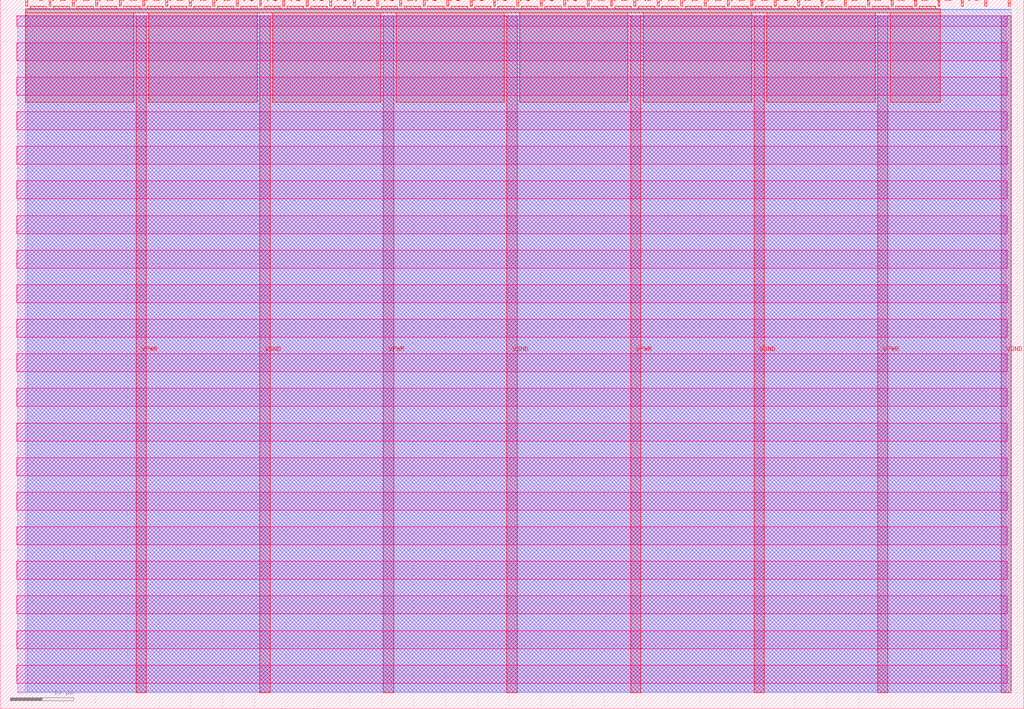
<source format=lef>
VERSION 5.7 ;
  NOWIREEXTENSIONATPIN ON ;
  DIVIDERCHAR "/" ;
  BUSBITCHARS "[]" ;
MACRO tt_um_wokwi_399518371950068737
  CLASS BLOCK ;
  FOREIGN tt_um_wokwi_399518371950068737 ;
  ORIGIN 0.000 0.000 ;
  SIZE 161.000 BY 111.520 ;
  PIN VGND
    DIRECTION INOUT ;
    USE GROUND ;
    PORT
      LAYER met4 ;
        RECT 40.830 2.480 42.430 109.040 ;
    END
    PORT
      LAYER met4 ;
        RECT 79.700 2.480 81.300 109.040 ;
    END
    PORT
      LAYER met4 ;
        RECT 118.570 2.480 120.170 109.040 ;
    END
    PORT
      LAYER met4 ;
        RECT 157.440 2.480 159.040 109.040 ;
    END
  END VGND
  PIN VPWR
    DIRECTION INOUT ;
    USE POWER ;
    PORT
      LAYER met4 ;
        RECT 21.395 2.480 22.995 109.040 ;
    END
    PORT
      LAYER met4 ;
        RECT 60.265 2.480 61.865 109.040 ;
    END
    PORT
      LAYER met4 ;
        RECT 99.135 2.480 100.735 109.040 ;
    END
    PORT
      LAYER met4 ;
        RECT 138.005 2.480 139.605 109.040 ;
    END
  END VPWR
  PIN clk
    DIRECTION INPUT ;
    USE SIGNAL ;
    PORT
      LAYER met4 ;
        RECT 154.870 110.520 155.170 111.520 ;
    END
  END clk
  PIN ena
    DIRECTION INPUT ;
    USE SIGNAL ;
    PORT
      LAYER met4 ;
        RECT 158.550 110.520 158.850 111.520 ;
    END
  END ena
  PIN rst_n
    DIRECTION INPUT ;
    USE SIGNAL ;
    PORT
      LAYER met4 ;
        RECT 151.190 110.520 151.490 111.520 ;
    END
  END rst_n
  PIN ui_in[0]
    DIRECTION INPUT ;
    USE SIGNAL ;
    ANTENNAGATEAREA 0.196500 ;
    PORT
      LAYER met4 ;
        RECT 147.510 110.520 147.810 111.520 ;
    END
  END ui_in[0]
  PIN ui_in[1]
    DIRECTION INPUT ;
    USE SIGNAL ;
    ANTENNAGATEAREA 0.196500 ;
    PORT
      LAYER met4 ;
        RECT 143.830 110.520 144.130 111.520 ;
    END
  END ui_in[1]
  PIN ui_in[2]
    DIRECTION INPUT ;
    USE SIGNAL ;
    ANTENNAGATEAREA 0.196500 ;
    PORT
      LAYER met4 ;
        RECT 140.150 110.520 140.450 111.520 ;
    END
  END ui_in[2]
  PIN ui_in[3]
    DIRECTION INPUT ;
    USE SIGNAL ;
    PORT
      LAYER met4 ;
        RECT 136.470 110.520 136.770 111.520 ;
    END
  END ui_in[3]
  PIN ui_in[4]
    DIRECTION INPUT ;
    USE SIGNAL ;
    PORT
      LAYER met4 ;
        RECT 132.790 110.520 133.090 111.520 ;
    END
  END ui_in[4]
  PIN ui_in[5]
    DIRECTION INPUT ;
    USE SIGNAL ;
    PORT
      LAYER met4 ;
        RECT 129.110 110.520 129.410 111.520 ;
    END
  END ui_in[5]
  PIN ui_in[6]
    DIRECTION INPUT ;
    USE SIGNAL ;
    PORT
      LAYER met4 ;
        RECT 125.430 110.520 125.730 111.520 ;
    END
  END ui_in[6]
  PIN ui_in[7]
    DIRECTION INPUT ;
    USE SIGNAL ;
    PORT
      LAYER met4 ;
        RECT 121.750 110.520 122.050 111.520 ;
    END
  END ui_in[7]
  PIN uio_in[0]
    DIRECTION INPUT ;
    USE SIGNAL ;
    PORT
      LAYER met4 ;
        RECT 118.070 110.520 118.370 111.520 ;
    END
  END uio_in[0]
  PIN uio_in[1]
    DIRECTION INPUT ;
    USE SIGNAL ;
    PORT
      LAYER met4 ;
        RECT 114.390 110.520 114.690 111.520 ;
    END
  END uio_in[1]
  PIN uio_in[2]
    DIRECTION INPUT ;
    USE SIGNAL ;
    PORT
      LAYER met4 ;
        RECT 110.710 110.520 111.010 111.520 ;
    END
  END uio_in[2]
  PIN uio_in[3]
    DIRECTION INPUT ;
    USE SIGNAL ;
    PORT
      LAYER met4 ;
        RECT 107.030 110.520 107.330 111.520 ;
    END
  END uio_in[3]
  PIN uio_in[4]
    DIRECTION INPUT ;
    USE SIGNAL ;
    PORT
      LAYER met4 ;
        RECT 103.350 110.520 103.650 111.520 ;
    END
  END uio_in[4]
  PIN uio_in[5]
    DIRECTION INPUT ;
    USE SIGNAL ;
    PORT
      LAYER met4 ;
        RECT 99.670 110.520 99.970 111.520 ;
    END
  END uio_in[5]
  PIN uio_in[6]
    DIRECTION INPUT ;
    USE SIGNAL ;
    PORT
      LAYER met4 ;
        RECT 95.990 110.520 96.290 111.520 ;
    END
  END uio_in[6]
  PIN uio_in[7]
    DIRECTION INPUT ;
    USE SIGNAL ;
    PORT
      LAYER met4 ;
        RECT 92.310 110.520 92.610 111.520 ;
    END
  END uio_in[7]
  PIN uio_oe[0]
    DIRECTION OUTPUT TRISTATE ;
    USE SIGNAL ;
    PORT
      LAYER met4 ;
        RECT 29.750 110.520 30.050 111.520 ;
    END
  END uio_oe[0]
  PIN uio_oe[1]
    DIRECTION OUTPUT TRISTATE ;
    USE SIGNAL ;
    PORT
      LAYER met4 ;
        RECT 26.070 110.520 26.370 111.520 ;
    END
  END uio_oe[1]
  PIN uio_oe[2]
    DIRECTION OUTPUT TRISTATE ;
    USE SIGNAL ;
    PORT
      LAYER met4 ;
        RECT 22.390 110.520 22.690 111.520 ;
    END
  END uio_oe[2]
  PIN uio_oe[3]
    DIRECTION OUTPUT TRISTATE ;
    USE SIGNAL ;
    PORT
      LAYER met4 ;
        RECT 18.710 110.520 19.010 111.520 ;
    END
  END uio_oe[3]
  PIN uio_oe[4]
    DIRECTION OUTPUT TRISTATE ;
    USE SIGNAL ;
    PORT
      LAYER met4 ;
        RECT 15.030 110.520 15.330 111.520 ;
    END
  END uio_oe[4]
  PIN uio_oe[5]
    DIRECTION OUTPUT TRISTATE ;
    USE SIGNAL ;
    PORT
      LAYER met4 ;
        RECT 11.350 110.520 11.650 111.520 ;
    END
  END uio_oe[5]
  PIN uio_oe[6]
    DIRECTION OUTPUT TRISTATE ;
    USE SIGNAL ;
    PORT
      LAYER met4 ;
        RECT 7.670 110.520 7.970 111.520 ;
    END
  END uio_oe[6]
  PIN uio_oe[7]
    DIRECTION OUTPUT TRISTATE ;
    USE SIGNAL ;
    PORT
      LAYER met4 ;
        RECT 3.990 110.520 4.290 111.520 ;
    END
  END uio_oe[7]
  PIN uio_out[0]
    DIRECTION OUTPUT TRISTATE ;
    USE SIGNAL ;
    PORT
      LAYER met4 ;
        RECT 59.190 110.520 59.490 111.520 ;
    END
  END uio_out[0]
  PIN uio_out[1]
    DIRECTION OUTPUT TRISTATE ;
    USE SIGNAL ;
    PORT
      LAYER met4 ;
        RECT 55.510 110.520 55.810 111.520 ;
    END
  END uio_out[1]
  PIN uio_out[2]
    DIRECTION OUTPUT TRISTATE ;
    USE SIGNAL ;
    PORT
      LAYER met4 ;
        RECT 51.830 110.520 52.130 111.520 ;
    END
  END uio_out[2]
  PIN uio_out[3]
    DIRECTION OUTPUT TRISTATE ;
    USE SIGNAL ;
    PORT
      LAYER met4 ;
        RECT 48.150 110.520 48.450 111.520 ;
    END
  END uio_out[3]
  PIN uio_out[4]
    DIRECTION OUTPUT TRISTATE ;
    USE SIGNAL ;
    PORT
      LAYER met4 ;
        RECT 44.470 110.520 44.770 111.520 ;
    END
  END uio_out[4]
  PIN uio_out[5]
    DIRECTION OUTPUT TRISTATE ;
    USE SIGNAL ;
    PORT
      LAYER met4 ;
        RECT 40.790 110.520 41.090 111.520 ;
    END
  END uio_out[5]
  PIN uio_out[6]
    DIRECTION OUTPUT TRISTATE ;
    USE SIGNAL ;
    PORT
      LAYER met4 ;
        RECT 37.110 110.520 37.410 111.520 ;
    END
  END uio_out[6]
  PIN uio_out[7]
    DIRECTION OUTPUT TRISTATE ;
    USE SIGNAL ;
    PORT
      LAYER met4 ;
        RECT 33.430 110.520 33.730 111.520 ;
    END
  END uio_out[7]
  PIN uo_out[0]
    DIRECTION OUTPUT TRISTATE ;
    USE SIGNAL ;
    ANTENNADIFFAREA 0.795200 ;
    PORT
      LAYER met4 ;
        RECT 88.630 110.520 88.930 111.520 ;
    END
  END uo_out[0]
  PIN uo_out[1]
    DIRECTION OUTPUT TRISTATE ;
    USE SIGNAL ;
    ANTENNADIFFAREA 0.795200 ;
    PORT
      LAYER met4 ;
        RECT 84.950 110.520 85.250 111.520 ;
    END
  END uo_out[1]
  PIN uo_out[2]
    DIRECTION OUTPUT TRISTATE ;
    USE SIGNAL ;
    PORT
      LAYER met4 ;
        RECT 81.270 110.520 81.570 111.520 ;
    END
  END uo_out[2]
  PIN uo_out[3]
    DIRECTION OUTPUT TRISTATE ;
    USE SIGNAL ;
    PORT
      LAYER met4 ;
        RECT 77.590 110.520 77.890 111.520 ;
    END
  END uo_out[3]
  PIN uo_out[4]
    DIRECTION OUTPUT TRISTATE ;
    USE SIGNAL ;
    PORT
      LAYER met4 ;
        RECT 73.910 110.520 74.210 111.520 ;
    END
  END uo_out[4]
  PIN uo_out[5]
    DIRECTION OUTPUT TRISTATE ;
    USE SIGNAL ;
    PORT
      LAYER met4 ;
        RECT 70.230 110.520 70.530 111.520 ;
    END
  END uo_out[5]
  PIN uo_out[6]
    DIRECTION OUTPUT TRISTATE ;
    USE SIGNAL ;
    PORT
      LAYER met4 ;
        RECT 66.550 110.520 66.850 111.520 ;
    END
  END uo_out[6]
  PIN uo_out[7]
    DIRECTION OUTPUT TRISTATE ;
    USE SIGNAL ;
    PORT
      LAYER met4 ;
        RECT 62.870 110.520 63.170 111.520 ;
    END
  END uo_out[7]
  OBS
      LAYER nwell ;
        RECT 2.570 107.385 158.430 108.990 ;
        RECT 2.570 101.945 158.430 104.775 ;
        RECT 2.570 96.505 158.430 99.335 ;
        RECT 2.570 91.065 158.430 93.895 ;
        RECT 2.570 85.625 158.430 88.455 ;
        RECT 2.570 80.185 158.430 83.015 ;
        RECT 2.570 74.745 158.430 77.575 ;
        RECT 2.570 69.305 158.430 72.135 ;
        RECT 2.570 63.865 158.430 66.695 ;
        RECT 2.570 58.425 158.430 61.255 ;
        RECT 2.570 52.985 158.430 55.815 ;
        RECT 2.570 47.545 158.430 50.375 ;
        RECT 2.570 42.105 158.430 44.935 ;
        RECT 2.570 36.665 158.430 39.495 ;
        RECT 2.570 31.225 158.430 34.055 ;
        RECT 2.570 25.785 158.430 28.615 ;
        RECT 2.570 20.345 158.430 23.175 ;
        RECT 2.570 14.905 158.430 17.735 ;
        RECT 2.570 9.465 158.430 12.295 ;
        RECT 2.570 4.025 158.430 6.855 ;
      LAYER li1 ;
        RECT 2.760 2.635 158.240 108.885 ;
      LAYER met1 ;
        RECT 2.760 2.480 159.040 109.040 ;
      LAYER met2 ;
        RECT 4.230 2.535 159.010 110.005 ;
      LAYER met3 ;
        RECT 3.950 2.555 159.030 109.985 ;
      LAYER met4 ;
        RECT 4.690 110.120 7.270 110.520 ;
        RECT 8.370 110.120 10.950 110.520 ;
        RECT 12.050 110.120 14.630 110.520 ;
        RECT 15.730 110.120 18.310 110.520 ;
        RECT 19.410 110.120 21.990 110.520 ;
        RECT 23.090 110.120 25.670 110.520 ;
        RECT 26.770 110.120 29.350 110.520 ;
        RECT 30.450 110.120 33.030 110.520 ;
        RECT 34.130 110.120 36.710 110.520 ;
        RECT 37.810 110.120 40.390 110.520 ;
        RECT 41.490 110.120 44.070 110.520 ;
        RECT 45.170 110.120 47.750 110.520 ;
        RECT 48.850 110.120 51.430 110.520 ;
        RECT 52.530 110.120 55.110 110.520 ;
        RECT 56.210 110.120 58.790 110.520 ;
        RECT 59.890 110.120 62.470 110.520 ;
        RECT 63.570 110.120 66.150 110.520 ;
        RECT 67.250 110.120 69.830 110.520 ;
        RECT 70.930 110.120 73.510 110.520 ;
        RECT 74.610 110.120 77.190 110.520 ;
        RECT 78.290 110.120 80.870 110.520 ;
        RECT 81.970 110.120 84.550 110.520 ;
        RECT 85.650 110.120 88.230 110.520 ;
        RECT 89.330 110.120 91.910 110.520 ;
        RECT 93.010 110.120 95.590 110.520 ;
        RECT 96.690 110.120 99.270 110.520 ;
        RECT 100.370 110.120 102.950 110.520 ;
        RECT 104.050 110.120 106.630 110.520 ;
        RECT 107.730 110.120 110.310 110.520 ;
        RECT 111.410 110.120 113.990 110.520 ;
        RECT 115.090 110.120 117.670 110.520 ;
        RECT 118.770 110.120 121.350 110.520 ;
        RECT 122.450 110.120 125.030 110.520 ;
        RECT 126.130 110.120 128.710 110.520 ;
        RECT 129.810 110.120 132.390 110.520 ;
        RECT 133.490 110.120 136.070 110.520 ;
        RECT 137.170 110.120 139.750 110.520 ;
        RECT 140.850 110.120 143.430 110.520 ;
        RECT 144.530 110.120 147.110 110.520 ;
        RECT 3.975 109.440 147.825 110.120 ;
        RECT 3.975 95.375 20.995 109.440 ;
        RECT 23.395 95.375 40.430 109.440 ;
        RECT 42.830 95.375 59.865 109.440 ;
        RECT 62.265 95.375 79.300 109.440 ;
        RECT 81.700 95.375 98.735 109.440 ;
        RECT 101.135 95.375 118.170 109.440 ;
        RECT 120.570 95.375 137.605 109.440 ;
        RECT 140.005 95.375 147.825 109.440 ;
  END
END tt_um_wokwi_399518371950068737
END LIBRARY


</source>
